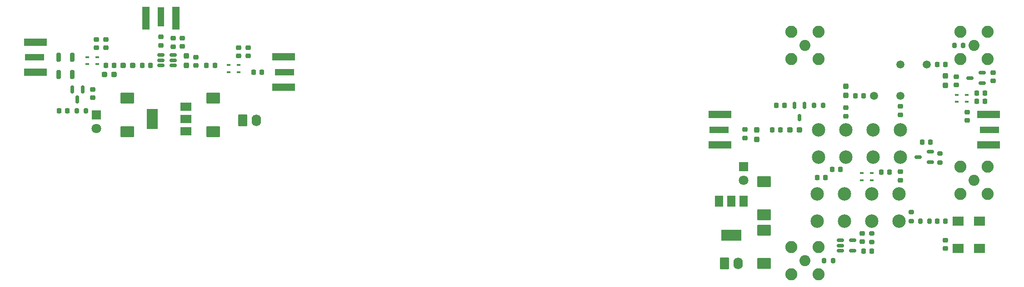
<source format=gbr>
%TF.GenerationSoftware,KiCad,Pcbnew,7.0.6-0*%
%TF.CreationDate,2023-12-30T17:19:21-06:00*%
%TF.ProjectId,MIXER_CORRELATOR,4d495845-525f-4434-9f52-52454c41544f,rev?*%
%TF.SameCoordinates,Original*%
%TF.FileFunction,Soldermask,Top*%
%TF.FilePolarity,Negative*%
%FSLAX46Y46*%
G04 Gerber Fmt 4.6, Leading zero omitted, Abs format (unit mm)*
G04 Created by KiCad (PCBNEW 7.0.6-0) date 2023-12-30 17:19:21*
%MOMM*%
%LPD*%
G01*
G04 APERTURE LIST*
G04 Aperture macros list*
%AMRoundRect*
0 Rectangle with rounded corners*
0 $1 Rounding radius*
0 $2 $3 $4 $5 $6 $7 $8 $9 X,Y pos of 4 corners*
0 Add a 4 corners polygon primitive as box body*
4,1,4,$2,$3,$4,$5,$6,$7,$8,$9,$2,$3,0*
0 Add four circle primitives for the rounded corners*
1,1,$1+$1,$2,$3*
1,1,$1+$1,$4,$5*
1,1,$1+$1,$6,$7*
1,1,$1+$1,$8,$9*
0 Add four rect primitives between the rounded corners*
20,1,$1+$1,$2,$3,$4,$5,0*
20,1,$1+$1,$4,$5,$6,$7,0*
20,1,$1+$1,$6,$7,$8,$9,0*
20,1,$1+$1,$8,$9,$2,$3,0*%
G04 Aperture macros list end*
%ADD10RoundRect,0.150000X0.512500X0.150000X-0.512500X0.150000X-0.512500X-0.150000X0.512500X-0.150000X0*%
%ADD11RoundRect,0.225000X-0.225000X-0.250000X0.225000X-0.250000X0.225000X0.250000X-0.225000X0.250000X0*%
%ADD12RoundRect,0.225000X-0.250000X0.225000X-0.250000X-0.225000X0.250000X-0.225000X0.250000X0.225000X0*%
%ADD13RoundRect,0.225000X0.250000X-0.225000X0.250000X0.225000X-0.250000X0.225000X-0.250000X-0.225000X0*%
%ADD14R,3.600000X1.270000*%
%ADD15R,4.200000X1.350000*%
%ADD16RoundRect,0.237500X-0.237500X0.287500X-0.237500X-0.287500X0.237500X-0.287500X0.237500X0.287500X0*%
%ADD17R,1.270000X3.600000*%
%ADD18R,1.350000X4.200000*%
%ADD19RoundRect,0.225000X0.225000X0.250000X-0.225000X0.250000X-0.225000X-0.250000X0.225000X-0.250000X0*%
%ADD20RoundRect,0.200000X0.200000X0.275000X-0.200000X0.275000X-0.200000X-0.275000X0.200000X-0.275000X0*%
%ADD21RoundRect,0.200000X-0.275000X0.200000X-0.275000X-0.200000X0.275000X-0.200000X0.275000X0.200000X0*%
%ADD22RoundRect,0.200000X0.275000X-0.200000X0.275000X0.200000X-0.275000X0.200000X-0.275000X-0.200000X0*%
%ADD23RoundRect,0.237500X-0.287500X-0.237500X0.287500X-0.237500X0.287500X0.237500X-0.287500X0.237500X0*%
%ADD24RoundRect,0.250000X1.025000X-0.787500X1.025000X0.787500X-1.025000X0.787500X-1.025000X-0.787500X0*%
%ADD25RoundRect,0.237500X0.237500X-0.287500X0.237500X0.287500X-0.237500X0.287500X-0.237500X-0.287500X0*%
%ADD26R,0.650000X0.400000*%
%ADD27RoundRect,0.200000X-0.200000X-0.275000X0.200000X-0.275000X0.200000X0.275000X-0.200000X0.275000X0*%
%ADD28RoundRect,0.237500X0.287500X0.237500X-0.287500X0.237500X-0.287500X-0.237500X0.287500X-0.237500X0*%
%ADD29RoundRect,0.197500X-0.197500X0.642500X-0.197500X-0.642500X0.197500X-0.642500X0.197500X0.642500X0*%
%ADD30R,2.000000X1.800000*%
%ADD31RoundRect,0.150000X-0.150000X0.587500X-0.150000X-0.587500X0.150000X-0.587500X0.150000X0.587500X0*%
%ADD32RoundRect,0.150000X-0.512500X-0.150000X0.512500X-0.150000X0.512500X0.150000X-0.512500X0.150000X0*%
%ADD33RoundRect,0.150000X-0.150000X0.512500X-0.150000X-0.512500X0.150000X-0.512500X0.150000X0.512500X0*%
%ADD34R,1.500000X2.000000*%
%ADD35R,3.800000X2.000000*%
%ADD36R,2.000000X1.500000*%
%ADD37R,2.000000X3.800000*%
%ADD38C,1.500000*%
%ADD39RoundRect,0.250000X-0.620000X-0.845000X0.620000X-0.845000X0.620000X0.845000X-0.620000X0.845000X0*%
%ADD40O,1.740000X2.190000*%
%ADD41C,2.500000*%
%ADD42C,2.050000*%
%ADD43C,2.250000*%
%ADD44R,1.800000X1.800000*%
%ADD45C,1.800000*%
G04 APERTURE END LIST*
D10*
%TO.C,Q2*%
X206329000Y-79545000D03*
X206329000Y-77645000D03*
X204054000Y-78595000D03*
%TD*%
D11*
%TO.C,C34*%
X204803000Y-75801000D03*
X206353000Y-75801000D03*
%TD*%
D12*
%TO.C,C11*%
X77500000Y-58200000D03*
X77500000Y-59750000D03*
%TD*%
D13*
%TO.C,C36*%
X190592000Y-70975000D03*
X190592000Y-69425000D03*
%TD*%
D14*
%TO.C,J14*%
X217371500Y-73515000D03*
D15*
X217171500Y-76340000D03*
X217171500Y-70690000D03*
%TD*%
D12*
%TO.C,C3*%
X51000000Y-56700000D03*
X51000000Y-58250000D03*
%TD*%
D13*
%TO.C,C38*%
X211166000Y-65146000D03*
X211166000Y-63596000D03*
%TD*%
D16*
%TO.C,L7*%
X209134000Y-63496000D03*
X209134000Y-65246000D03*
%TD*%
D11*
%TO.C,C49*%
X185232000Y-82405000D03*
X186782000Y-82405000D03*
%TD*%
D17*
%TO.C,J2*%
X63000000Y-52500000D03*
D18*
X65825000Y-52700000D03*
X60175000Y-52700000D03*
%TD*%
D19*
%TO.C,C42*%
X216500000Y-66657000D03*
X214950000Y-66657000D03*
%TD*%
D20*
%TO.C,R4*%
X188178000Y-97899000D03*
X186528000Y-97899000D03*
%TD*%
D21*
%TO.C,R5*%
X208118000Y-77961000D03*
X208118000Y-79611000D03*
%TD*%
D13*
%TO.C,C46*%
X209134000Y-95639000D03*
X209134000Y-94089000D03*
%TD*%
%TO.C,C43*%
X218024000Y-64397000D03*
X218024000Y-62847000D03*
%TD*%
D22*
%TO.C,R3*%
X195418000Y-94469000D03*
X195418000Y-92819000D03*
%TD*%
D23*
%TO.C,L5*%
X180206000Y-73515000D03*
X181956000Y-73515000D03*
%TD*%
D19*
%TO.C,C2*%
X45550000Y-70000000D03*
X44000000Y-70000000D03*
%TD*%
D24*
%TO.C,C15*%
X72750000Y-73862500D03*
X72750000Y-67637500D03*
%TD*%
%TO.C,C48*%
X175352000Y-89392000D03*
X175352000Y-83167000D03*
%TD*%
D14*
%TO.C,J1*%
X39462500Y-60000000D03*
D15*
X39662500Y-57175000D03*
X39662500Y-62825000D03*
%TD*%
D25*
%TO.C,L6*%
X190592000Y-67137000D03*
X190592000Y-65387000D03*
%TD*%
D12*
%TO.C,C8*%
X69500000Y-59975000D03*
X69500000Y-61525000D03*
%TD*%
D23*
%TO.C,L2*%
X56000000Y-61500000D03*
X57750000Y-61500000D03*
%TD*%
D26*
%TO.C,U4*%
X75600000Y-61450000D03*
X75600000Y-62750000D03*
X77500000Y-62750000D03*
X77500000Y-61450000D03*
%TD*%
D12*
%TO.C,C10*%
X79250000Y-58200000D03*
X79250000Y-59750000D03*
%TD*%
D16*
%TO.C,L4*%
X173955000Y-73543000D03*
X173955000Y-75293000D03*
%TD*%
D12*
%TO.C,C14*%
X67000000Y-56450000D03*
X67000000Y-58000000D03*
%TD*%
D19*
%TO.C,C41*%
X216526000Y-68181000D03*
X214976000Y-68181000D03*
%TD*%
D21*
%TO.C,R8*%
X202784000Y-88883000D03*
X202784000Y-90533000D03*
%TD*%
D20*
%TO.C,R9*%
X206149000Y-90533000D03*
X204499000Y-90533000D03*
%TD*%
D27*
%TO.C,R7*%
X210786000Y-57767000D03*
X212436000Y-57767000D03*
%TD*%
D24*
%TO.C,C47*%
X175352000Y-98471500D03*
X175352000Y-92246500D03*
%TD*%
D14*
%TO.C,J3*%
X86037500Y-62750000D03*
D15*
X85837500Y-65575000D03*
X85837500Y-59925000D03*
%TD*%
D28*
%TO.C,L1*%
X54250000Y-63250000D03*
X52500000Y-63250000D03*
%TD*%
D26*
%TO.C,U11*%
X193518000Y-81613000D03*
X193518000Y-82913000D03*
X195418000Y-82913000D03*
X195418000Y-81613000D03*
%TD*%
D13*
%TO.C,C44*%
X213198000Y-71750000D03*
X213198000Y-70200000D03*
%TD*%
D29*
%TO.C,U1*%
X46500000Y-60030000D03*
X43960000Y-60030000D03*
X43960000Y-63250000D03*
X46500000Y-63250000D03*
%TD*%
D12*
%TO.C,C40*%
X200752000Y-69171000D03*
X200752000Y-70721000D03*
%TD*%
D30*
%TO.C,X1*%
X215484000Y-95613000D03*
X215484000Y-90533000D03*
X211484000Y-90533000D03*
X211484000Y-95613000D03*
%TD*%
D20*
%TO.C,R6*%
X186337000Y-68943000D03*
X184687000Y-68943000D03*
%TD*%
D11*
%TO.C,C32*%
X193868000Y-96121000D03*
X195418000Y-96121000D03*
%TD*%
D31*
%TO.C,Q1*%
X48400000Y-66000000D03*
X46500000Y-66000000D03*
X47450000Y-67875000D03*
%TD*%
D19*
%TO.C,C12*%
X81775000Y-62750000D03*
X80225000Y-62750000D03*
%TD*%
D11*
%TO.C,C28*%
X176863000Y-73515000D03*
X178413000Y-73515000D03*
%TD*%
D19*
%TO.C,C31*%
X198720000Y-81389000D03*
X197170000Y-81389000D03*
%TD*%
%TO.C,C39*%
X209147000Y-61323000D03*
X207597000Y-61323000D03*
%TD*%
D25*
%TO.C,L3*%
X67750000Y-61500000D03*
X67750000Y-59750000D03*
%TD*%
D11*
%TO.C,C45*%
X207584000Y-90533000D03*
X209134000Y-90533000D03*
%TD*%
D13*
%TO.C,C7*%
X63000000Y-57775000D03*
X63000000Y-56225000D03*
%TD*%
D10*
%TO.C,Q4*%
X215992000Y-64813000D03*
X215992000Y-62913000D03*
X213717000Y-63863000D03*
%TD*%
D32*
%TO.C,U13*%
X189576000Y-94155000D03*
X189576000Y-95105000D03*
X189576000Y-96055000D03*
X191851000Y-96055000D03*
X191851000Y-94155000D03*
%TD*%
D12*
%TO.C,C27*%
X171796000Y-73489000D03*
X171796000Y-75039000D03*
%TD*%
D26*
%TO.C,U2*%
X49250000Y-60000000D03*
X49250000Y-61300000D03*
X51150000Y-61300000D03*
X51150000Y-60000000D03*
%TD*%
D27*
%TO.C,R1*%
X47350000Y-70000000D03*
X49000000Y-70000000D03*
%TD*%
D33*
%TO.C,Q3*%
X182906000Y-68954000D03*
X181006000Y-68954000D03*
X181956000Y-71229000D03*
%TD*%
D19*
%TO.C,C5*%
X54275000Y-61500000D03*
X52725000Y-61500000D03*
%TD*%
%TO.C,C6*%
X61050000Y-61500000D03*
X59500000Y-61500000D03*
%TD*%
D14*
%TO.C,J9*%
X166970000Y-73515000D03*
D15*
X167170000Y-70690000D03*
X167170000Y-76340000D03*
%TD*%
D11*
%TO.C,C37*%
X192344000Y-67165000D03*
X193894000Y-67165000D03*
%TD*%
D12*
%TO.C,C33*%
X193640000Y-92806000D03*
X193640000Y-94356000D03*
%TD*%
D19*
%TO.C,C9*%
X73050000Y-61500000D03*
X71500000Y-61500000D03*
%TD*%
D11*
%TO.C,C30*%
X188039000Y-80881000D03*
X189589000Y-80881000D03*
%TD*%
D24*
%TO.C,C16*%
X56750000Y-73862500D03*
X56750000Y-67637500D03*
%TD*%
D13*
%TO.C,C1*%
X50250000Y-67550000D03*
X50250000Y-66000000D03*
%TD*%
D34*
%TO.C,U15*%
X171556000Y-86875000D03*
X169256000Y-86875000D03*
D35*
X169256000Y-93175000D03*
D34*
X166956000Y-86875000D03*
%TD*%
D13*
%TO.C,C29*%
X200752000Y-82913000D03*
X200752000Y-81363000D03*
%TD*%
D12*
%TO.C,C13*%
X65250000Y-56475000D03*
X65250000Y-58025000D03*
%TD*%
D11*
%TO.C,C35*%
X177612000Y-68943000D03*
X179162000Y-68943000D03*
%TD*%
D26*
%TO.C,U14*%
X211232000Y-67023000D03*
X211232000Y-68323000D03*
X213132000Y-68323000D03*
X213132000Y-67023000D03*
%TD*%
D36*
%TO.C,U5*%
X67650000Y-73800000D03*
X67650000Y-71500000D03*
D37*
X61350000Y-71500000D03*
D36*
X67650000Y-69200000D03*
%TD*%
D32*
%TO.C,U3*%
X63000000Y-59600000D03*
X63000000Y-60550000D03*
X63000000Y-61500000D03*
X65275000Y-61500000D03*
X65275000Y-60550000D03*
X65275000Y-59600000D03*
%TD*%
D12*
%TO.C,C4*%
X52750000Y-56700000D03*
X52750000Y-58250000D03*
%TD*%
D38*
%TO.C,Y3*%
X195872000Y-67165000D03*
X200752000Y-67165000D03*
%TD*%
D39*
%TO.C,J15*%
X167986000Y-98407000D03*
D40*
X170526000Y-98407000D03*
%TD*%
D41*
%TO.C,U12*%
X200498000Y-90533000D03*
X200498000Y-85453000D03*
X195418000Y-90533000D03*
X195418000Y-85453000D03*
X190338000Y-90533000D03*
X190338000Y-85453000D03*
X185258000Y-90533000D03*
X185258000Y-85453000D03*
%TD*%
D42*
%TO.C,J10*%
X182972000Y-97899000D03*
D43*
X185512000Y-100439000D03*
X185512000Y-95359000D03*
X180432000Y-100439000D03*
X180432000Y-95359000D03*
%TD*%
D41*
%TO.C,U10*%
X185512000Y-73515000D03*
X185512000Y-78595000D03*
X190592000Y-73515000D03*
X190592000Y-78595000D03*
X195672000Y-73515000D03*
X195672000Y-78595000D03*
X200752000Y-73515000D03*
X200752000Y-78595000D03*
%TD*%
D44*
%TO.C,D3*%
X171542000Y-80373000D03*
D45*
X171542000Y-82913000D03*
%TD*%
D42*
%TO.C,J13*%
X214468000Y-57767000D03*
D43*
X217008000Y-60307000D03*
X217008000Y-55227000D03*
X211928000Y-60307000D03*
X211928000Y-55227000D03*
%TD*%
D44*
%TO.C,D1*%
X51000000Y-70725000D03*
D45*
X51000000Y-73265000D03*
%TD*%
D38*
%TO.C,Y4*%
X205632000Y-61323000D03*
X200752000Y-61323000D03*
%TD*%
D42*
%TO.C,J11*%
X214468000Y-82913000D03*
D43*
X217008000Y-85453000D03*
X217008000Y-80373000D03*
X211928000Y-85453000D03*
X211928000Y-80373000D03*
%TD*%
D42*
%TO.C,J12*%
X182972000Y-57767000D03*
D43*
X185512000Y-60307000D03*
X185512000Y-55227000D03*
X180432000Y-60307000D03*
X180432000Y-55227000D03*
%TD*%
D39*
%TO.C,J4*%
X78250000Y-71750000D03*
D40*
X80790000Y-71750000D03*
%TD*%
M02*

</source>
